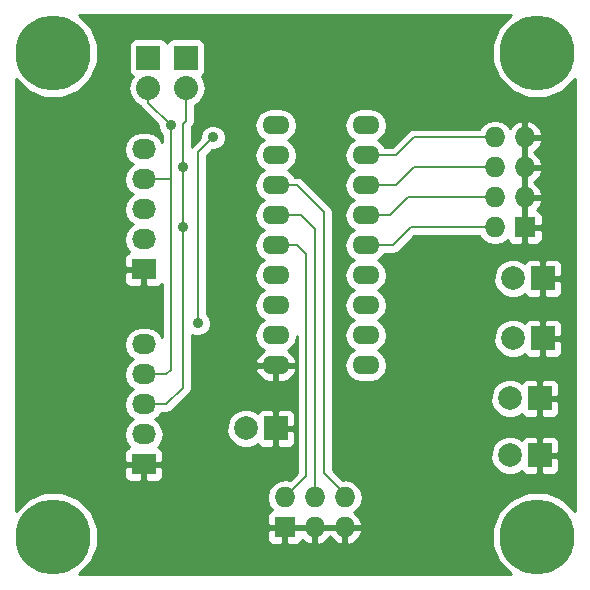
<source format=gbr>
G04 #@! TF.FileFunction,Copper,L2,Bot,Plane*
%FSLAX46Y46*%
G04 Gerber Fmt 4.6, Leading zero omitted, Abs format (unit mm)*
G04 Created by KiCad (PCBNEW (after 2015-mar-04 BZR unknown)-product) date 1/17/2017 1:11:58 PM*
%MOMM*%
G01*
G04 APERTURE LIST*
%ADD10C,0.150000*%
%ADD11O,2.300000X1.600000*%
%ADD12C,6.350000*%
%ADD13R,2.032000X2.032000*%
%ADD14O,2.032000X2.032000*%
%ADD15R,1.727200X1.727200*%
%ADD16O,1.727200X1.727200*%
%ADD17R,2.000000X2.000000*%
%ADD18C,2.000000*%
%ADD19R,2.032000X1.727200*%
%ADD20O,2.032000X1.727200*%
%ADD21C,0.889000*%
%ADD22C,0.203200*%
%ADD23C,0.254000*%
G04 APERTURE END LIST*
D10*
D11*
X22860000Y-10160000D03*
X22860000Y-12700000D03*
X22860000Y-15240000D03*
X22860000Y-17780000D03*
X22860000Y-20320000D03*
X22860000Y-22860000D03*
X22860000Y-25400000D03*
X22860000Y-27940000D03*
X22860000Y-30480000D03*
X30480000Y-30480000D03*
X30480000Y-27940000D03*
X30480000Y-25400000D03*
X30480000Y-22860000D03*
X30480000Y-20320000D03*
X30480000Y-17780000D03*
X30480000Y-15240000D03*
X30480000Y-12700000D03*
X30480000Y-10160000D03*
D12*
X4000000Y-45000000D03*
X4000000Y-4000000D03*
X45000000Y-45000000D03*
X45000000Y-4000000D03*
D13*
X12065000Y-4445000D03*
D14*
X12065000Y-6985000D03*
D13*
X15240000Y-4445000D03*
D14*
X15240000Y-6985000D03*
D15*
X43942000Y-18796000D03*
D16*
X41402000Y-18796000D03*
X43942000Y-16256000D03*
X41402000Y-16256000D03*
X43942000Y-13716000D03*
X41402000Y-13716000D03*
X43942000Y-11176000D03*
X41402000Y-11176000D03*
D17*
X45212000Y-38100000D03*
D18*
X42672000Y-38100000D03*
D17*
X45212000Y-33274000D03*
D18*
X42672000Y-33274000D03*
D17*
X45466000Y-28194000D03*
D18*
X42926000Y-28194000D03*
D17*
X45466000Y-23114000D03*
D18*
X42926000Y-23114000D03*
D17*
X22860000Y-35814000D03*
D18*
X20320000Y-35814000D03*
D15*
X23622000Y-44196000D03*
D16*
X23622000Y-41656000D03*
X26162000Y-44196000D03*
X26162000Y-41656000D03*
X28702000Y-44196000D03*
X28702000Y-41656000D03*
D19*
X11684000Y-22352000D03*
D20*
X11684000Y-19812000D03*
X11684000Y-17272000D03*
X11684000Y-14732000D03*
X11684000Y-12192000D03*
D19*
X11684000Y-38862000D03*
D20*
X11684000Y-36322000D03*
X11684000Y-33782000D03*
X11684000Y-31242000D03*
X11684000Y-28702000D03*
D21*
X13970000Y-10160000D03*
X14986000Y-18796000D03*
X14986000Y-13716000D03*
X30480000Y-36195000D03*
X16256000Y-26924000D03*
X17526000Y-11176000D03*
D22*
X25400000Y-21082000D02*
X25400000Y-31877000D01*
X24638000Y-20320000D02*
X25400000Y-21082000D01*
X22860000Y-20320000D02*
X24638000Y-20320000D01*
X25400000Y-31877000D02*
X25400000Y-32512000D01*
X25400000Y-39878000D02*
X23622000Y-41656000D01*
X25400000Y-32512000D02*
X25400000Y-39878000D01*
X22860000Y-17780000D02*
X25019000Y-17780000D01*
X26162000Y-18923000D02*
X25019000Y-17780000D01*
X26162000Y-41656000D02*
X26162000Y-18923000D01*
X22860000Y-15240000D02*
X24638000Y-15240000D01*
X26924000Y-39624000D02*
X26924000Y-17526000D01*
X26924000Y-17526000D02*
X24638000Y-15240000D01*
X28702000Y-41402000D02*
X26924000Y-39624000D01*
X28702000Y-41656000D02*
X28702000Y-41402000D01*
X12954000Y-14732000D02*
X11684000Y-14732000D01*
X12954000Y-14732000D02*
X11684000Y-14732000D01*
X12065000Y-8255000D02*
X13970000Y-10160000D01*
X12065000Y-6985000D02*
X12065000Y-8255000D01*
X13589000Y-31242000D02*
X11684000Y-31242000D01*
X13970000Y-30861000D02*
X13589000Y-31242000D01*
X13970000Y-14732000D02*
X13970000Y-30861000D01*
X13970000Y-10160000D02*
X13970000Y-14732000D01*
X11684000Y-14732000D02*
X13970000Y-14732000D01*
X14986000Y-32385000D02*
X14986000Y-24638000D01*
X13589000Y-33782000D02*
X14986000Y-32385000D01*
X14986000Y-18796000D02*
X14986000Y-24638000D01*
X11684000Y-33782000D02*
X13589000Y-33782000D01*
X15240000Y-9779000D02*
X15240000Y-6985000D01*
X14986000Y-10033000D02*
X15240000Y-9779000D01*
X14986000Y-12700000D02*
X14986000Y-10033000D01*
X14986000Y-13716000D02*
X14986000Y-12700000D01*
X14986000Y-17272000D02*
X14986000Y-18796000D01*
X14986000Y-17272000D02*
X14986000Y-13716000D01*
X32766000Y-20320000D02*
X34290000Y-18796000D01*
X34290000Y-18796000D02*
X41402000Y-18796000D01*
X30480000Y-20320000D02*
X32766000Y-20320000D01*
X32512000Y-17780000D02*
X34036000Y-16256000D01*
X34036000Y-16256000D02*
X41402000Y-16256000D01*
X30480000Y-17780000D02*
X32512000Y-17780000D01*
X33020000Y-15240000D02*
X34544000Y-13716000D01*
X34544000Y-13716000D02*
X41402000Y-13716000D01*
X30480000Y-15240000D02*
X33020000Y-15240000D01*
X33020000Y-12700000D02*
X34544000Y-11176000D01*
X34544000Y-11176000D02*
X41402000Y-11176000D01*
X30480000Y-12700000D02*
X33020000Y-12700000D01*
X16256000Y-26924000D02*
X16256000Y-25781000D01*
X22860000Y-27940000D02*
X23495000Y-27940000D01*
X16256000Y-14351000D02*
X16256000Y-25781000D01*
X16256000Y-25781000D02*
X16256000Y-26924000D01*
X17526000Y-11176000D02*
X16256000Y-12446000D01*
X16256000Y-12446000D02*
X16256000Y-14351000D01*
D23*
G36*
X48174500Y-42787183D02*
X47161009Y-41771923D01*
X47101000Y-41747005D01*
X47101000Y-29320309D01*
X47101000Y-28479750D01*
X47101000Y-27908250D01*
X47101000Y-27067691D01*
X47101000Y-24240309D01*
X47101000Y-23399750D01*
X47101000Y-22828250D01*
X47101000Y-21987691D01*
X47004327Y-21754302D01*
X46825699Y-21575673D01*
X46592310Y-21479000D01*
X46339691Y-21479000D01*
X45751750Y-21479000D01*
X45593000Y-21637750D01*
X45593000Y-22987000D01*
X46942250Y-22987000D01*
X47101000Y-22828250D01*
X47101000Y-23399750D01*
X46942250Y-23241000D01*
X45593000Y-23241000D01*
X45593000Y-24590250D01*
X45751750Y-24749000D01*
X46339691Y-24749000D01*
X46592310Y-24749000D01*
X46825699Y-24652327D01*
X47004327Y-24473698D01*
X47101000Y-24240309D01*
X47101000Y-27067691D01*
X47004327Y-26834302D01*
X46825699Y-26655673D01*
X46592310Y-26559000D01*
X46339691Y-26559000D01*
X45751750Y-26559000D01*
X45593000Y-26717750D01*
X45593000Y-28067000D01*
X46942250Y-28067000D01*
X47101000Y-27908250D01*
X47101000Y-28479750D01*
X46942250Y-28321000D01*
X45593000Y-28321000D01*
X45593000Y-29670250D01*
X45751750Y-29829000D01*
X46339691Y-29829000D01*
X46592310Y-29829000D01*
X46825699Y-29732327D01*
X47004327Y-29553698D01*
X47101000Y-29320309D01*
X47101000Y-41747005D01*
X46847000Y-41641534D01*
X46847000Y-39226309D01*
X46847000Y-38385750D01*
X46847000Y-37814250D01*
X46847000Y-36973691D01*
X46847000Y-34400309D01*
X46847000Y-33559750D01*
X46847000Y-32988250D01*
X46847000Y-32147691D01*
X46750327Y-31914302D01*
X46571699Y-31735673D01*
X46338310Y-31639000D01*
X46085691Y-31639000D01*
X45497750Y-31639000D01*
X45440600Y-31696150D01*
X45440600Y-19785910D01*
X45440600Y-19533291D01*
X45440600Y-19081750D01*
X45440600Y-18510250D01*
X45440600Y-18058709D01*
X45440600Y-17806090D01*
X45343927Y-17572701D01*
X45165298Y-17394073D01*
X44967880Y-17312299D01*
X45224688Y-17030947D01*
X45396958Y-16615026D01*
X45396958Y-15896974D01*
X45224688Y-15481053D01*
X44830490Y-15049179D01*
X44695687Y-14986000D01*
X44830490Y-14922821D01*
X45224688Y-14490947D01*
X45396958Y-14075026D01*
X45396958Y-13356974D01*
X45224688Y-12941053D01*
X44830490Y-12509179D01*
X44695687Y-12446000D01*
X44830490Y-12382821D01*
X45224688Y-11950947D01*
X45396958Y-11535026D01*
X45396958Y-10816974D01*
X45224688Y-10401053D01*
X44830490Y-9969179D01*
X44301027Y-9721032D01*
X44069000Y-9841531D01*
X44069000Y-11049000D01*
X45275817Y-11049000D01*
X45396958Y-10816974D01*
X45396958Y-11535026D01*
X45275817Y-11303000D01*
X44069000Y-11303000D01*
X44069000Y-12381531D01*
X44069000Y-12510469D01*
X44069000Y-13589000D01*
X45275817Y-13589000D01*
X45396958Y-13356974D01*
X45396958Y-14075026D01*
X45275817Y-13843000D01*
X44069000Y-13843000D01*
X44069000Y-14921531D01*
X44069000Y-15050469D01*
X44069000Y-16129000D01*
X45275817Y-16129000D01*
X45396958Y-15896974D01*
X45396958Y-16615026D01*
X45275817Y-16383000D01*
X44069000Y-16383000D01*
X44069000Y-17456150D01*
X44069000Y-17590469D01*
X44069000Y-18669000D01*
X45281850Y-18669000D01*
X45440600Y-18510250D01*
X45440600Y-19081750D01*
X45281850Y-18923000D01*
X44069000Y-18923000D01*
X44069000Y-20135850D01*
X44227750Y-20294600D01*
X44931909Y-20294600D01*
X45165298Y-20197927D01*
X45343927Y-20019299D01*
X45440600Y-19785910D01*
X45440600Y-31696150D01*
X45339000Y-31797750D01*
X45339000Y-29670250D01*
X45339000Y-28321000D01*
X45319000Y-28321000D01*
X45319000Y-28067000D01*
X45339000Y-28067000D01*
X45339000Y-26717750D01*
X45339000Y-24590250D01*
X45339000Y-23241000D01*
X45319000Y-23241000D01*
X45319000Y-22987000D01*
X45339000Y-22987000D01*
X45339000Y-21637750D01*
X45180250Y-21479000D01*
X44592309Y-21479000D01*
X44339690Y-21479000D01*
X44106301Y-21575673D01*
X43927673Y-21754302D01*
X43913369Y-21788833D01*
X43853363Y-21728722D01*
X43815000Y-21712792D01*
X43815000Y-20135850D01*
X43815000Y-18923000D01*
X43795000Y-18923000D01*
X43795000Y-18669000D01*
X43815000Y-18669000D01*
X43815000Y-17590469D01*
X43815000Y-17456150D01*
X43815000Y-16383000D01*
X43795000Y-16383000D01*
X43795000Y-16129000D01*
X43815000Y-16129000D01*
X43815000Y-15050469D01*
X43815000Y-14921531D01*
X43815000Y-13843000D01*
X43795000Y-13843000D01*
X43795000Y-13589000D01*
X43815000Y-13589000D01*
X43815000Y-12510469D01*
X43815000Y-12381531D01*
X43815000Y-11303000D01*
X43795000Y-11303000D01*
X43795000Y-11049000D01*
X43815000Y-11049000D01*
X43815000Y-9841531D01*
X43582973Y-9721032D01*
X43053510Y-9969179D01*
X42671992Y-10387160D01*
X42491029Y-10116330D01*
X42004848Y-9791474D01*
X41431359Y-9677400D01*
X41372641Y-9677400D01*
X40799152Y-9791474D01*
X40312971Y-10116330D01*
X40097102Y-10439400D01*
X34544000Y-10439400D01*
X34262115Y-10495470D01*
X34023145Y-10655145D01*
X32714890Y-11963400D01*
X32065487Y-11963400D01*
X31879668Y-11685302D01*
X31497582Y-11430000D01*
X31879668Y-11174698D01*
X32190737Y-10709151D01*
X32299970Y-10160000D01*
X32190737Y-9610849D01*
X31879668Y-9145302D01*
X31414121Y-8834233D01*
X30864970Y-8725000D01*
X30095030Y-8725000D01*
X29545879Y-8834233D01*
X29080332Y-9145302D01*
X28769263Y-9610849D01*
X28660030Y-10160000D01*
X28769263Y-10709151D01*
X29080332Y-11174698D01*
X29462417Y-11430000D01*
X29080332Y-11685302D01*
X28769263Y-12150849D01*
X28660030Y-12700000D01*
X28769263Y-13249151D01*
X29080332Y-13714698D01*
X29462417Y-13970000D01*
X29080332Y-14225302D01*
X28769263Y-14690849D01*
X28660030Y-15240000D01*
X28769263Y-15789151D01*
X29080332Y-16254698D01*
X29462417Y-16510000D01*
X29080332Y-16765302D01*
X28769263Y-17230849D01*
X28660030Y-17780000D01*
X28769263Y-18329151D01*
X29080332Y-18794698D01*
X29462417Y-19050000D01*
X29080332Y-19305302D01*
X28769263Y-19770849D01*
X28660030Y-20320000D01*
X28769263Y-20869151D01*
X29080332Y-21334698D01*
X29462417Y-21590000D01*
X29080332Y-21845302D01*
X28769263Y-22310849D01*
X28660030Y-22860000D01*
X28769263Y-23409151D01*
X29080332Y-23874698D01*
X29462417Y-24130000D01*
X29080332Y-24385302D01*
X28769263Y-24850849D01*
X28660030Y-25400000D01*
X28769263Y-25949151D01*
X29080332Y-26414698D01*
X29462417Y-26670000D01*
X29080332Y-26925302D01*
X28769263Y-27390849D01*
X28660030Y-27940000D01*
X28769263Y-28489151D01*
X29080332Y-28954698D01*
X29462417Y-29210000D01*
X29080332Y-29465302D01*
X28769263Y-29930849D01*
X28660030Y-30480000D01*
X28769263Y-31029151D01*
X29080332Y-31494698D01*
X29545879Y-31805767D01*
X30095030Y-31915000D01*
X30864970Y-31915000D01*
X31414121Y-31805767D01*
X31879668Y-31494698D01*
X32190737Y-31029151D01*
X32299970Y-30480000D01*
X32190737Y-29930849D01*
X31879668Y-29465302D01*
X31497582Y-29210000D01*
X31879668Y-28954698D01*
X32190737Y-28489151D01*
X32299970Y-27940000D01*
X32190737Y-27390849D01*
X31879668Y-26925302D01*
X31497582Y-26670000D01*
X31879668Y-26414698D01*
X32190737Y-25949151D01*
X32299970Y-25400000D01*
X32190737Y-24850849D01*
X31879668Y-24385302D01*
X31497582Y-24130000D01*
X31879668Y-23874698D01*
X32190737Y-23409151D01*
X32299970Y-22860000D01*
X32190737Y-22310849D01*
X31879668Y-21845302D01*
X31497582Y-21590000D01*
X31879668Y-21334698D01*
X32065487Y-21056600D01*
X32766000Y-21056600D01*
X33047885Y-21000530D01*
X33286855Y-20840855D01*
X34595110Y-19532600D01*
X40097102Y-19532600D01*
X40312971Y-19855670D01*
X40799152Y-20180526D01*
X41372641Y-20294600D01*
X41431359Y-20294600D01*
X42004848Y-20180526D01*
X42476356Y-19865473D01*
X42540073Y-20019299D01*
X42718702Y-20197927D01*
X42952091Y-20294600D01*
X43656250Y-20294600D01*
X43815000Y-20135850D01*
X43815000Y-21712792D01*
X43252648Y-21479284D01*
X42602205Y-21478716D01*
X42001057Y-21727106D01*
X41540722Y-22186637D01*
X41291284Y-22787352D01*
X41290716Y-23437795D01*
X41539106Y-24038943D01*
X41998637Y-24499278D01*
X42599352Y-24748716D01*
X43249795Y-24749284D01*
X43850943Y-24500894D01*
X43913196Y-24438749D01*
X43927673Y-24473698D01*
X44106301Y-24652327D01*
X44339690Y-24749000D01*
X44592309Y-24749000D01*
X45180250Y-24749000D01*
X45339000Y-24590250D01*
X45339000Y-26717750D01*
X45180250Y-26559000D01*
X44592309Y-26559000D01*
X44339690Y-26559000D01*
X44106301Y-26655673D01*
X43927673Y-26834302D01*
X43913369Y-26868833D01*
X43853363Y-26808722D01*
X43252648Y-26559284D01*
X42602205Y-26558716D01*
X42001057Y-26807106D01*
X41540722Y-27266637D01*
X41291284Y-27867352D01*
X41290716Y-28517795D01*
X41539106Y-29118943D01*
X41998637Y-29579278D01*
X42599352Y-29828716D01*
X43249795Y-29829284D01*
X43850943Y-29580894D01*
X43913196Y-29518749D01*
X43927673Y-29553698D01*
X44106301Y-29732327D01*
X44339690Y-29829000D01*
X44592309Y-29829000D01*
X45180250Y-29829000D01*
X45339000Y-29670250D01*
X45339000Y-31797750D01*
X45339000Y-33147000D01*
X46688250Y-33147000D01*
X46847000Y-32988250D01*
X46847000Y-33559750D01*
X46688250Y-33401000D01*
X45339000Y-33401000D01*
X45339000Y-34750250D01*
X45497750Y-34909000D01*
X46085691Y-34909000D01*
X46338310Y-34909000D01*
X46571699Y-34812327D01*
X46750327Y-34633698D01*
X46847000Y-34400309D01*
X46847000Y-36973691D01*
X46750327Y-36740302D01*
X46571699Y-36561673D01*
X46338310Y-36465000D01*
X46085691Y-36465000D01*
X45497750Y-36465000D01*
X45339000Y-36623750D01*
X45339000Y-37973000D01*
X46688250Y-37973000D01*
X46847000Y-37814250D01*
X46847000Y-38385750D01*
X46688250Y-38227000D01*
X45339000Y-38227000D01*
X45339000Y-39576250D01*
X45497750Y-39735000D01*
X46085691Y-39735000D01*
X46338310Y-39735000D01*
X46571699Y-39638327D01*
X46750327Y-39459698D01*
X46847000Y-39226309D01*
X46847000Y-41641534D01*
X45761181Y-41190663D01*
X45085000Y-41190072D01*
X45085000Y-39576250D01*
X45085000Y-38227000D01*
X45065000Y-38227000D01*
X45065000Y-37973000D01*
X45085000Y-37973000D01*
X45085000Y-36623750D01*
X45085000Y-34750250D01*
X45085000Y-33401000D01*
X45065000Y-33401000D01*
X45065000Y-33147000D01*
X45085000Y-33147000D01*
X45085000Y-31797750D01*
X44926250Y-31639000D01*
X44338309Y-31639000D01*
X44085690Y-31639000D01*
X43852301Y-31735673D01*
X43673673Y-31914302D01*
X43659369Y-31948833D01*
X43599363Y-31888722D01*
X42998648Y-31639284D01*
X42348205Y-31638716D01*
X41747057Y-31887106D01*
X41286722Y-32346637D01*
X41037284Y-32947352D01*
X41036716Y-33597795D01*
X41285106Y-34198943D01*
X41744637Y-34659278D01*
X42345352Y-34908716D01*
X42995795Y-34909284D01*
X43596943Y-34660894D01*
X43659196Y-34598749D01*
X43673673Y-34633698D01*
X43852301Y-34812327D01*
X44085690Y-34909000D01*
X44338309Y-34909000D01*
X44926250Y-34909000D01*
X45085000Y-34750250D01*
X45085000Y-36623750D01*
X44926250Y-36465000D01*
X44338309Y-36465000D01*
X44085690Y-36465000D01*
X43852301Y-36561673D01*
X43673673Y-36740302D01*
X43659369Y-36774833D01*
X43599363Y-36714722D01*
X42998648Y-36465284D01*
X42348205Y-36464716D01*
X41747057Y-36713106D01*
X41286722Y-37172637D01*
X41037284Y-37773352D01*
X41036716Y-38423795D01*
X41285106Y-39024943D01*
X41744637Y-39485278D01*
X42345352Y-39734716D01*
X42995795Y-39735284D01*
X43596943Y-39486894D01*
X43659196Y-39424749D01*
X43673673Y-39459698D01*
X43852301Y-39638327D01*
X44085690Y-39735000D01*
X44338309Y-39735000D01*
X44926250Y-39735000D01*
X45085000Y-39576250D01*
X45085000Y-41190072D01*
X44245469Y-41189340D01*
X42844628Y-41768156D01*
X41771923Y-42838991D01*
X41190663Y-44238819D01*
X41189340Y-45754531D01*
X41768156Y-47155372D01*
X42785507Y-48174500D01*
X30200600Y-48174500D01*
X30200600Y-41685359D01*
X30200600Y-41626641D01*
X30086526Y-41053152D01*
X29761670Y-40566971D01*
X29275489Y-40242115D01*
X28702000Y-40128041D01*
X28508283Y-40166573D01*
X27660600Y-39318890D01*
X27660600Y-17526000D01*
X27604530Y-17244115D01*
X27444855Y-17005145D01*
X25158855Y-14719145D01*
X24919885Y-14559470D01*
X24638000Y-14503400D01*
X24445487Y-14503400D01*
X24259668Y-14225302D01*
X23877582Y-13970000D01*
X24259668Y-13714698D01*
X24570737Y-13249151D01*
X24679970Y-12700000D01*
X24570737Y-12150849D01*
X24259668Y-11685302D01*
X23877582Y-11430000D01*
X24259668Y-11174698D01*
X24570737Y-10709151D01*
X24679970Y-10160000D01*
X24570737Y-9610849D01*
X24259668Y-9145302D01*
X23794121Y-8834233D01*
X23244970Y-8725000D01*
X22475030Y-8725000D01*
X21925879Y-8834233D01*
X21460332Y-9145302D01*
X21149263Y-9610849D01*
X21040030Y-10160000D01*
X21149263Y-10709151D01*
X21460332Y-11174698D01*
X21842417Y-11430000D01*
X21460332Y-11685302D01*
X21149263Y-12150849D01*
X21040030Y-12700000D01*
X21149263Y-13249151D01*
X21460332Y-13714698D01*
X21842417Y-13970000D01*
X21460332Y-14225302D01*
X21149263Y-14690849D01*
X21040030Y-15240000D01*
X21149263Y-15789151D01*
X21460332Y-16254698D01*
X21842417Y-16510000D01*
X21460332Y-16765302D01*
X21149263Y-17230849D01*
X21040030Y-17780000D01*
X21149263Y-18329151D01*
X21460332Y-18794698D01*
X21842417Y-19050000D01*
X21460332Y-19305302D01*
X21149263Y-19770849D01*
X21040030Y-20320000D01*
X21149263Y-20869151D01*
X21460332Y-21334698D01*
X21842417Y-21590000D01*
X21460332Y-21845302D01*
X21149263Y-22310849D01*
X21040030Y-22860000D01*
X21149263Y-23409151D01*
X21460332Y-23874698D01*
X21842417Y-24130000D01*
X21460332Y-24385302D01*
X21149263Y-24850849D01*
X21040030Y-25400000D01*
X21149263Y-25949151D01*
X21460332Y-26414698D01*
X21842417Y-26670000D01*
X21460332Y-26925302D01*
X21149263Y-27390849D01*
X21040030Y-27940000D01*
X21149263Y-28489151D01*
X21460332Y-28954698D01*
X21838151Y-29207149D01*
X21405500Y-29555104D01*
X21135633Y-30048181D01*
X21118096Y-30130961D01*
X21240085Y-30353000D01*
X22733000Y-30353000D01*
X22733000Y-30333000D01*
X22987000Y-30333000D01*
X22987000Y-30353000D01*
X24479915Y-30353000D01*
X24601904Y-30130961D01*
X24584367Y-30048181D01*
X24314500Y-29555104D01*
X23881848Y-29207149D01*
X24259668Y-28954698D01*
X24570737Y-28489151D01*
X24663400Y-28023302D01*
X24663400Y-31877000D01*
X24663400Y-32512000D01*
X24663400Y-39572890D01*
X24601904Y-39634385D01*
X24601904Y-30829039D01*
X24479915Y-30607000D01*
X22987000Y-30607000D01*
X22987000Y-31915000D01*
X23337000Y-31915000D01*
X23876483Y-31757166D01*
X24314500Y-31404896D01*
X24584367Y-30911819D01*
X24601904Y-30829039D01*
X24601904Y-39634385D01*
X24495000Y-39741289D01*
X24495000Y-36940309D01*
X24495000Y-36099750D01*
X24495000Y-35528250D01*
X24495000Y-34687691D01*
X24398327Y-34454302D01*
X24219699Y-34275673D01*
X23986310Y-34179000D01*
X23733691Y-34179000D01*
X23145750Y-34179000D01*
X22987000Y-34337750D01*
X22987000Y-35687000D01*
X24336250Y-35687000D01*
X24495000Y-35528250D01*
X24495000Y-36099750D01*
X24336250Y-35941000D01*
X22987000Y-35941000D01*
X22987000Y-37290250D01*
X23145750Y-37449000D01*
X23733691Y-37449000D01*
X23986310Y-37449000D01*
X24219699Y-37352327D01*
X24398327Y-37173698D01*
X24495000Y-36940309D01*
X24495000Y-39741289D01*
X24027575Y-40208714D01*
X23622000Y-40128041D01*
X23048511Y-40242115D01*
X22733000Y-40452932D01*
X22733000Y-37290250D01*
X22733000Y-35941000D01*
X22713000Y-35941000D01*
X22713000Y-35687000D01*
X22733000Y-35687000D01*
X22733000Y-34337750D01*
X22733000Y-31915000D01*
X22733000Y-30607000D01*
X21240085Y-30607000D01*
X21118096Y-30829039D01*
X21135633Y-30911819D01*
X21405500Y-31404896D01*
X21843517Y-31757166D01*
X22383000Y-31915000D01*
X22733000Y-31915000D01*
X22733000Y-34337750D01*
X22574250Y-34179000D01*
X21986309Y-34179000D01*
X21733690Y-34179000D01*
X21500301Y-34275673D01*
X21321673Y-34454302D01*
X21307369Y-34488833D01*
X21247363Y-34428722D01*
X20646648Y-34179284D01*
X19996205Y-34178716D01*
X19395057Y-34427106D01*
X18934722Y-34886637D01*
X18685284Y-35487352D01*
X18684716Y-36137795D01*
X18933106Y-36738943D01*
X19392637Y-37199278D01*
X19993352Y-37448716D01*
X20643795Y-37449284D01*
X21244943Y-37200894D01*
X21307196Y-37138749D01*
X21321673Y-37173698D01*
X21500301Y-37352327D01*
X21733690Y-37449000D01*
X21986309Y-37449000D01*
X22574250Y-37449000D01*
X22733000Y-37290250D01*
X22733000Y-40452932D01*
X22562330Y-40566971D01*
X22237474Y-41053152D01*
X22123400Y-41626641D01*
X22123400Y-41685359D01*
X22237474Y-42258848D01*
X22552526Y-42730356D01*
X22398701Y-42794073D01*
X22220073Y-42972702D01*
X22123400Y-43206091D01*
X22123400Y-43910250D01*
X22282150Y-44069000D01*
X23495000Y-44069000D01*
X23495000Y-44049000D01*
X23749000Y-44049000D01*
X23749000Y-44069000D01*
X24827531Y-44069000D01*
X24961850Y-44069000D01*
X26035000Y-44069000D01*
X26035000Y-44049000D01*
X26289000Y-44049000D01*
X26289000Y-44069000D01*
X27367531Y-44069000D01*
X27496469Y-44069000D01*
X28575000Y-44069000D01*
X28575000Y-44049000D01*
X28829000Y-44049000D01*
X28829000Y-44069000D01*
X30036469Y-44069000D01*
X30156968Y-43836973D01*
X29908821Y-43307510D01*
X29490839Y-42925992D01*
X29761670Y-42745029D01*
X30086526Y-42258848D01*
X30200600Y-41685359D01*
X30200600Y-48174500D01*
X30156968Y-48174500D01*
X30156968Y-44555027D01*
X30036469Y-44323000D01*
X28829000Y-44323000D01*
X28829000Y-45529817D01*
X29061026Y-45650958D01*
X29476947Y-45478688D01*
X29908821Y-45084490D01*
X30156968Y-44555027D01*
X30156968Y-48174500D01*
X28575000Y-48174500D01*
X28575000Y-45529817D01*
X28575000Y-44323000D01*
X27496469Y-44323000D01*
X27367531Y-44323000D01*
X26289000Y-44323000D01*
X26289000Y-45529817D01*
X26521026Y-45650958D01*
X26936947Y-45478688D01*
X27368821Y-45084490D01*
X27432000Y-44949687D01*
X27495179Y-45084490D01*
X27927053Y-45478688D01*
X28342974Y-45650958D01*
X28575000Y-45529817D01*
X28575000Y-48174500D01*
X26035000Y-48174500D01*
X26035000Y-45529817D01*
X26035000Y-44323000D01*
X24961850Y-44323000D01*
X24827531Y-44323000D01*
X23749000Y-44323000D01*
X23749000Y-45535850D01*
X23907750Y-45694600D01*
X24359291Y-45694600D01*
X24611910Y-45694600D01*
X24845299Y-45597927D01*
X25023927Y-45419298D01*
X25105700Y-45221880D01*
X25387053Y-45478688D01*
X25802974Y-45650958D01*
X26035000Y-45529817D01*
X26035000Y-48174500D01*
X23495000Y-48174500D01*
X23495000Y-45535850D01*
X23495000Y-44323000D01*
X22282150Y-44323000D01*
X22123400Y-44481750D01*
X22123400Y-45185909D01*
X22220073Y-45419298D01*
X22398701Y-45597927D01*
X22632090Y-45694600D01*
X22884709Y-45694600D01*
X23336250Y-45694600D01*
X23495000Y-45535850D01*
X23495000Y-48174500D01*
X18605687Y-48174500D01*
X18605687Y-10962216D01*
X18441689Y-10565311D01*
X18138286Y-10261378D01*
X17741668Y-10096687D01*
X17312216Y-10096313D01*
X16915311Y-10260311D01*
X16611378Y-10563714D01*
X16446687Y-10960332D01*
X16446466Y-11213823D01*
X15735145Y-11925145D01*
X15722600Y-11943919D01*
X15722600Y-10338110D01*
X15760855Y-10299855D01*
X15920530Y-10060885D01*
X15976600Y-9779000D01*
X15976600Y-8461918D01*
X16439778Y-8152433D01*
X16797670Y-7616810D01*
X16923345Y-6985000D01*
X16797670Y-6353190D01*
X16570830Y-6013701D01*
X16710927Y-5921673D01*
X16853377Y-5710640D01*
X16903440Y-5461000D01*
X16903440Y-3429000D01*
X16856463Y-3186877D01*
X16716673Y-2974073D01*
X16505640Y-2831623D01*
X16256000Y-2781560D01*
X14224000Y-2781560D01*
X13981877Y-2828537D01*
X13769073Y-2968327D01*
X13651913Y-3141893D01*
X13541673Y-2974073D01*
X13330640Y-2831623D01*
X13081000Y-2781560D01*
X11049000Y-2781560D01*
X10806877Y-2828537D01*
X10594073Y-2968327D01*
X10451623Y-3179360D01*
X10401560Y-3429000D01*
X10401560Y-5461000D01*
X10448537Y-5703123D01*
X10588327Y-5915927D01*
X10733860Y-6014163D01*
X10507330Y-6353190D01*
X10381655Y-6985000D01*
X10507330Y-7616810D01*
X10865222Y-8152433D01*
X11375867Y-8493635D01*
X11384470Y-8536885D01*
X11544145Y-8775855D01*
X12890532Y-10122242D01*
X12890313Y-10373784D01*
X13054311Y-10770689D01*
X13233400Y-10950090D01*
X13233400Y-11588771D01*
X12928415Y-11132330D01*
X12442234Y-10807474D01*
X11868745Y-10693400D01*
X11499255Y-10693400D01*
X10925766Y-10807474D01*
X10439585Y-11132330D01*
X10114729Y-11618511D01*
X10000655Y-12192000D01*
X10114729Y-12765489D01*
X10439585Y-13251670D01*
X10754365Y-13462000D01*
X10439585Y-13672330D01*
X10114729Y-14158511D01*
X10000655Y-14732000D01*
X10114729Y-15305489D01*
X10439585Y-15791670D01*
X10754365Y-16002000D01*
X10439585Y-16212330D01*
X10114729Y-16698511D01*
X10000655Y-17272000D01*
X10114729Y-17845489D01*
X10439585Y-18331670D01*
X10754365Y-18542000D01*
X10439585Y-18752330D01*
X10114729Y-19238511D01*
X10000655Y-19812000D01*
X10114729Y-20385489D01*
X10439585Y-20871670D01*
X10461780Y-20886500D01*
X10308302Y-20950073D01*
X10129673Y-21128701D01*
X10033000Y-21362090D01*
X10033000Y-21614709D01*
X10033000Y-22066250D01*
X10191750Y-22225000D01*
X11557000Y-22225000D01*
X11557000Y-22205000D01*
X11811000Y-22205000D01*
X11811000Y-22225000D01*
X11831000Y-22225000D01*
X11831000Y-22479000D01*
X11811000Y-22479000D01*
X11811000Y-23691850D01*
X11969750Y-23850600D01*
X12826309Y-23850600D01*
X13059698Y-23753927D01*
X13233400Y-23580225D01*
X13233400Y-28098771D01*
X12928415Y-27642330D01*
X12442234Y-27317474D01*
X11868745Y-27203400D01*
X11557000Y-27203400D01*
X11557000Y-23691850D01*
X11557000Y-22479000D01*
X10191750Y-22479000D01*
X10033000Y-22637750D01*
X10033000Y-23089291D01*
X10033000Y-23341910D01*
X10129673Y-23575299D01*
X10308302Y-23753927D01*
X10541691Y-23850600D01*
X11398250Y-23850600D01*
X11557000Y-23691850D01*
X11557000Y-27203400D01*
X11499255Y-27203400D01*
X10925766Y-27317474D01*
X10439585Y-27642330D01*
X10114729Y-28128511D01*
X10000655Y-28702000D01*
X10114729Y-29275489D01*
X10439585Y-29761670D01*
X10754365Y-29972000D01*
X10439585Y-30182330D01*
X10114729Y-30668511D01*
X10000655Y-31242000D01*
X10114729Y-31815489D01*
X10439585Y-32301670D01*
X10754365Y-32512000D01*
X10439585Y-32722330D01*
X10114729Y-33208511D01*
X10000655Y-33782000D01*
X10114729Y-34355489D01*
X10439585Y-34841670D01*
X10754365Y-35052000D01*
X10439585Y-35262330D01*
X10114729Y-35748511D01*
X10000655Y-36322000D01*
X10114729Y-36895489D01*
X10439585Y-37381670D01*
X10461780Y-37396500D01*
X10308302Y-37460073D01*
X10129673Y-37638701D01*
X10033000Y-37872090D01*
X10033000Y-38124709D01*
X10033000Y-38576250D01*
X10191750Y-38735000D01*
X11557000Y-38735000D01*
X11557000Y-38715000D01*
X11811000Y-38715000D01*
X11811000Y-38735000D01*
X13176250Y-38735000D01*
X13335000Y-38576250D01*
X13335000Y-38124709D01*
X13335000Y-37872090D01*
X13238327Y-37638701D01*
X13059698Y-37460073D01*
X12906219Y-37396500D01*
X12928415Y-37381670D01*
X13253271Y-36895489D01*
X13367345Y-36322000D01*
X13253271Y-35748511D01*
X12928415Y-35262330D01*
X12613634Y-35052000D01*
X12928415Y-34841670D01*
X13144283Y-34518600D01*
X13589000Y-34518600D01*
X13870885Y-34462530D01*
X14109855Y-34302855D01*
X15506855Y-32905855D01*
X15666530Y-32666885D01*
X15722600Y-32385000D01*
X15722600Y-27871378D01*
X16040332Y-28003313D01*
X16469784Y-28003687D01*
X16866689Y-27839689D01*
X17170622Y-27536286D01*
X17335313Y-27139668D01*
X17335687Y-26710216D01*
X17171689Y-26313311D01*
X16992600Y-26133909D01*
X16992600Y-25781000D01*
X16992600Y-14351000D01*
X16992600Y-12751110D01*
X17488242Y-12255467D01*
X17739784Y-12255687D01*
X18136689Y-12091689D01*
X18440622Y-11788286D01*
X18605313Y-11391668D01*
X18605687Y-10962216D01*
X18605687Y-48174500D01*
X13335000Y-48174500D01*
X13335000Y-39851910D01*
X13335000Y-39599291D01*
X13335000Y-39147750D01*
X13176250Y-38989000D01*
X11811000Y-38989000D01*
X11811000Y-40201850D01*
X11969750Y-40360600D01*
X12826309Y-40360600D01*
X13059698Y-40263927D01*
X13238327Y-40085299D01*
X13335000Y-39851910D01*
X13335000Y-48174500D01*
X11557000Y-48174500D01*
X11557000Y-40201850D01*
X11557000Y-38989000D01*
X10191750Y-38989000D01*
X10033000Y-39147750D01*
X10033000Y-39599291D01*
X10033000Y-39851910D01*
X10129673Y-40085299D01*
X10308302Y-40263927D01*
X10541691Y-40360600D01*
X11398250Y-40360600D01*
X11557000Y-40201850D01*
X11557000Y-48174500D01*
X6212816Y-48174500D01*
X7228077Y-47161009D01*
X7809337Y-45761181D01*
X7810660Y-44245469D01*
X7231844Y-42844628D01*
X6161009Y-41771923D01*
X4761181Y-41190663D01*
X3245469Y-41189340D01*
X1844628Y-41768156D01*
X825500Y-42785507D01*
X825500Y-6212816D01*
X1838991Y-7228077D01*
X3238819Y-7809337D01*
X4754531Y-7810660D01*
X6155372Y-7231844D01*
X7228077Y-6161009D01*
X7809337Y-4761181D01*
X7810660Y-3245469D01*
X7231844Y-1844628D01*
X6214492Y-825500D01*
X42787183Y-825500D01*
X41771923Y-1838991D01*
X41190663Y-3238819D01*
X41189340Y-4754531D01*
X41768156Y-6155372D01*
X42838991Y-7228077D01*
X44238819Y-7809337D01*
X45754531Y-7810660D01*
X47155372Y-7231844D01*
X48174500Y-6214492D01*
X48174500Y-42787183D01*
X48174500Y-42787183D01*
G37*
X48174500Y-42787183D02*
X47161009Y-41771923D01*
X47101000Y-41747005D01*
X47101000Y-29320309D01*
X47101000Y-28479750D01*
X47101000Y-27908250D01*
X47101000Y-27067691D01*
X47101000Y-24240309D01*
X47101000Y-23399750D01*
X47101000Y-22828250D01*
X47101000Y-21987691D01*
X47004327Y-21754302D01*
X46825699Y-21575673D01*
X46592310Y-21479000D01*
X46339691Y-21479000D01*
X45751750Y-21479000D01*
X45593000Y-21637750D01*
X45593000Y-22987000D01*
X46942250Y-22987000D01*
X47101000Y-22828250D01*
X47101000Y-23399750D01*
X46942250Y-23241000D01*
X45593000Y-23241000D01*
X45593000Y-24590250D01*
X45751750Y-24749000D01*
X46339691Y-24749000D01*
X46592310Y-24749000D01*
X46825699Y-24652327D01*
X47004327Y-24473698D01*
X47101000Y-24240309D01*
X47101000Y-27067691D01*
X47004327Y-26834302D01*
X46825699Y-26655673D01*
X46592310Y-26559000D01*
X46339691Y-26559000D01*
X45751750Y-26559000D01*
X45593000Y-26717750D01*
X45593000Y-28067000D01*
X46942250Y-28067000D01*
X47101000Y-27908250D01*
X47101000Y-28479750D01*
X46942250Y-28321000D01*
X45593000Y-28321000D01*
X45593000Y-29670250D01*
X45751750Y-29829000D01*
X46339691Y-29829000D01*
X46592310Y-29829000D01*
X46825699Y-29732327D01*
X47004327Y-29553698D01*
X47101000Y-29320309D01*
X47101000Y-41747005D01*
X46847000Y-41641534D01*
X46847000Y-39226309D01*
X46847000Y-38385750D01*
X46847000Y-37814250D01*
X46847000Y-36973691D01*
X46847000Y-34400309D01*
X46847000Y-33559750D01*
X46847000Y-32988250D01*
X46847000Y-32147691D01*
X46750327Y-31914302D01*
X46571699Y-31735673D01*
X46338310Y-31639000D01*
X46085691Y-31639000D01*
X45497750Y-31639000D01*
X45440600Y-31696150D01*
X45440600Y-19785910D01*
X45440600Y-19533291D01*
X45440600Y-19081750D01*
X45440600Y-18510250D01*
X45440600Y-18058709D01*
X45440600Y-17806090D01*
X45343927Y-17572701D01*
X45165298Y-17394073D01*
X44967880Y-17312299D01*
X45224688Y-17030947D01*
X45396958Y-16615026D01*
X45396958Y-15896974D01*
X45224688Y-15481053D01*
X44830490Y-15049179D01*
X44695687Y-14986000D01*
X44830490Y-14922821D01*
X45224688Y-14490947D01*
X45396958Y-14075026D01*
X45396958Y-13356974D01*
X45224688Y-12941053D01*
X44830490Y-12509179D01*
X44695687Y-12446000D01*
X44830490Y-12382821D01*
X45224688Y-11950947D01*
X45396958Y-11535026D01*
X45396958Y-10816974D01*
X45224688Y-10401053D01*
X44830490Y-9969179D01*
X44301027Y-9721032D01*
X44069000Y-9841531D01*
X44069000Y-11049000D01*
X45275817Y-11049000D01*
X45396958Y-10816974D01*
X45396958Y-11535026D01*
X45275817Y-11303000D01*
X44069000Y-11303000D01*
X44069000Y-12381531D01*
X44069000Y-12510469D01*
X44069000Y-13589000D01*
X45275817Y-13589000D01*
X45396958Y-13356974D01*
X45396958Y-14075026D01*
X45275817Y-13843000D01*
X44069000Y-13843000D01*
X44069000Y-14921531D01*
X44069000Y-15050469D01*
X44069000Y-16129000D01*
X45275817Y-16129000D01*
X45396958Y-15896974D01*
X45396958Y-16615026D01*
X45275817Y-16383000D01*
X44069000Y-16383000D01*
X44069000Y-17456150D01*
X44069000Y-17590469D01*
X44069000Y-18669000D01*
X45281850Y-18669000D01*
X45440600Y-18510250D01*
X45440600Y-19081750D01*
X45281850Y-18923000D01*
X44069000Y-18923000D01*
X44069000Y-20135850D01*
X44227750Y-20294600D01*
X44931909Y-20294600D01*
X45165298Y-20197927D01*
X45343927Y-20019299D01*
X45440600Y-19785910D01*
X45440600Y-31696150D01*
X45339000Y-31797750D01*
X45339000Y-29670250D01*
X45339000Y-28321000D01*
X45319000Y-28321000D01*
X45319000Y-28067000D01*
X45339000Y-28067000D01*
X45339000Y-26717750D01*
X45339000Y-24590250D01*
X45339000Y-23241000D01*
X45319000Y-23241000D01*
X45319000Y-22987000D01*
X45339000Y-22987000D01*
X45339000Y-21637750D01*
X45180250Y-21479000D01*
X44592309Y-21479000D01*
X44339690Y-21479000D01*
X44106301Y-21575673D01*
X43927673Y-21754302D01*
X43913369Y-21788833D01*
X43853363Y-21728722D01*
X43815000Y-21712792D01*
X43815000Y-20135850D01*
X43815000Y-18923000D01*
X43795000Y-18923000D01*
X43795000Y-18669000D01*
X43815000Y-18669000D01*
X43815000Y-17590469D01*
X43815000Y-17456150D01*
X43815000Y-16383000D01*
X43795000Y-16383000D01*
X43795000Y-16129000D01*
X43815000Y-16129000D01*
X43815000Y-15050469D01*
X43815000Y-14921531D01*
X43815000Y-13843000D01*
X43795000Y-13843000D01*
X43795000Y-13589000D01*
X43815000Y-13589000D01*
X43815000Y-12510469D01*
X43815000Y-12381531D01*
X43815000Y-11303000D01*
X43795000Y-11303000D01*
X43795000Y-11049000D01*
X43815000Y-11049000D01*
X43815000Y-9841531D01*
X43582973Y-9721032D01*
X43053510Y-9969179D01*
X42671992Y-10387160D01*
X42491029Y-10116330D01*
X42004848Y-9791474D01*
X41431359Y-9677400D01*
X41372641Y-9677400D01*
X40799152Y-9791474D01*
X40312971Y-10116330D01*
X40097102Y-10439400D01*
X34544000Y-10439400D01*
X34262115Y-10495470D01*
X34023145Y-10655145D01*
X32714890Y-11963400D01*
X32065487Y-11963400D01*
X31879668Y-11685302D01*
X31497582Y-11430000D01*
X31879668Y-11174698D01*
X32190737Y-10709151D01*
X32299970Y-10160000D01*
X32190737Y-9610849D01*
X31879668Y-9145302D01*
X31414121Y-8834233D01*
X30864970Y-8725000D01*
X30095030Y-8725000D01*
X29545879Y-8834233D01*
X29080332Y-9145302D01*
X28769263Y-9610849D01*
X28660030Y-10160000D01*
X28769263Y-10709151D01*
X29080332Y-11174698D01*
X29462417Y-11430000D01*
X29080332Y-11685302D01*
X28769263Y-12150849D01*
X28660030Y-12700000D01*
X28769263Y-13249151D01*
X29080332Y-13714698D01*
X29462417Y-13970000D01*
X29080332Y-14225302D01*
X28769263Y-14690849D01*
X28660030Y-15240000D01*
X28769263Y-15789151D01*
X29080332Y-16254698D01*
X29462417Y-16510000D01*
X29080332Y-16765302D01*
X28769263Y-17230849D01*
X28660030Y-17780000D01*
X28769263Y-18329151D01*
X29080332Y-18794698D01*
X29462417Y-19050000D01*
X29080332Y-19305302D01*
X28769263Y-19770849D01*
X28660030Y-20320000D01*
X28769263Y-20869151D01*
X29080332Y-21334698D01*
X29462417Y-21590000D01*
X29080332Y-21845302D01*
X28769263Y-22310849D01*
X28660030Y-22860000D01*
X28769263Y-23409151D01*
X29080332Y-23874698D01*
X29462417Y-24130000D01*
X29080332Y-24385302D01*
X28769263Y-24850849D01*
X28660030Y-25400000D01*
X28769263Y-25949151D01*
X29080332Y-26414698D01*
X29462417Y-26670000D01*
X29080332Y-26925302D01*
X28769263Y-27390849D01*
X28660030Y-27940000D01*
X28769263Y-28489151D01*
X29080332Y-28954698D01*
X29462417Y-29210000D01*
X29080332Y-29465302D01*
X28769263Y-29930849D01*
X28660030Y-30480000D01*
X28769263Y-31029151D01*
X29080332Y-31494698D01*
X29545879Y-31805767D01*
X30095030Y-31915000D01*
X30864970Y-31915000D01*
X31414121Y-31805767D01*
X31879668Y-31494698D01*
X32190737Y-31029151D01*
X32299970Y-30480000D01*
X32190737Y-29930849D01*
X31879668Y-29465302D01*
X31497582Y-29210000D01*
X31879668Y-28954698D01*
X32190737Y-28489151D01*
X32299970Y-27940000D01*
X32190737Y-27390849D01*
X31879668Y-26925302D01*
X31497582Y-26670000D01*
X31879668Y-26414698D01*
X32190737Y-25949151D01*
X32299970Y-25400000D01*
X32190737Y-24850849D01*
X31879668Y-24385302D01*
X31497582Y-24130000D01*
X31879668Y-23874698D01*
X32190737Y-23409151D01*
X32299970Y-22860000D01*
X32190737Y-22310849D01*
X31879668Y-21845302D01*
X31497582Y-21590000D01*
X31879668Y-21334698D01*
X32065487Y-21056600D01*
X32766000Y-21056600D01*
X33047885Y-21000530D01*
X33286855Y-20840855D01*
X34595110Y-19532600D01*
X40097102Y-19532600D01*
X40312971Y-19855670D01*
X40799152Y-20180526D01*
X41372641Y-20294600D01*
X41431359Y-20294600D01*
X42004848Y-20180526D01*
X42476356Y-19865473D01*
X42540073Y-20019299D01*
X42718702Y-20197927D01*
X42952091Y-20294600D01*
X43656250Y-20294600D01*
X43815000Y-20135850D01*
X43815000Y-21712792D01*
X43252648Y-21479284D01*
X42602205Y-21478716D01*
X42001057Y-21727106D01*
X41540722Y-22186637D01*
X41291284Y-22787352D01*
X41290716Y-23437795D01*
X41539106Y-24038943D01*
X41998637Y-24499278D01*
X42599352Y-24748716D01*
X43249795Y-24749284D01*
X43850943Y-24500894D01*
X43913196Y-24438749D01*
X43927673Y-24473698D01*
X44106301Y-24652327D01*
X44339690Y-24749000D01*
X44592309Y-24749000D01*
X45180250Y-24749000D01*
X45339000Y-24590250D01*
X45339000Y-26717750D01*
X45180250Y-26559000D01*
X44592309Y-26559000D01*
X44339690Y-26559000D01*
X44106301Y-26655673D01*
X43927673Y-26834302D01*
X43913369Y-26868833D01*
X43853363Y-26808722D01*
X43252648Y-26559284D01*
X42602205Y-26558716D01*
X42001057Y-26807106D01*
X41540722Y-27266637D01*
X41291284Y-27867352D01*
X41290716Y-28517795D01*
X41539106Y-29118943D01*
X41998637Y-29579278D01*
X42599352Y-29828716D01*
X43249795Y-29829284D01*
X43850943Y-29580894D01*
X43913196Y-29518749D01*
X43927673Y-29553698D01*
X44106301Y-29732327D01*
X44339690Y-29829000D01*
X44592309Y-29829000D01*
X45180250Y-29829000D01*
X45339000Y-29670250D01*
X45339000Y-31797750D01*
X45339000Y-33147000D01*
X46688250Y-33147000D01*
X46847000Y-32988250D01*
X46847000Y-33559750D01*
X46688250Y-33401000D01*
X45339000Y-33401000D01*
X45339000Y-34750250D01*
X45497750Y-34909000D01*
X46085691Y-34909000D01*
X46338310Y-34909000D01*
X46571699Y-34812327D01*
X46750327Y-34633698D01*
X46847000Y-34400309D01*
X46847000Y-36973691D01*
X46750327Y-36740302D01*
X46571699Y-36561673D01*
X46338310Y-36465000D01*
X46085691Y-36465000D01*
X45497750Y-36465000D01*
X45339000Y-36623750D01*
X45339000Y-37973000D01*
X46688250Y-37973000D01*
X46847000Y-37814250D01*
X46847000Y-38385750D01*
X46688250Y-38227000D01*
X45339000Y-38227000D01*
X45339000Y-39576250D01*
X45497750Y-39735000D01*
X46085691Y-39735000D01*
X46338310Y-39735000D01*
X46571699Y-39638327D01*
X46750327Y-39459698D01*
X46847000Y-39226309D01*
X46847000Y-41641534D01*
X45761181Y-41190663D01*
X45085000Y-41190072D01*
X45085000Y-39576250D01*
X45085000Y-38227000D01*
X45065000Y-38227000D01*
X45065000Y-37973000D01*
X45085000Y-37973000D01*
X45085000Y-36623750D01*
X45085000Y-34750250D01*
X45085000Y-33401000D01*
X45065000Y-33401000D01*
X45065000Y-33147000D01*
X45085000Y-33147000D01*
X45085000Y-31797750D01*
X44926250Y-31639000D01*
X44338309Y-31639000D01*
X44085690Y-31639000D01*
X43852301Y-31735673D01*
X43673673Y-31914302D01*
X43659369Y-31948833D01*
X43599363Y-31888722D01*
X42998648Y-31639284D01*
X42348205Y-31638716D01*
X41747057Y-31887106D01*
X41286722Y-32346637D01*
X41037284Y-32947352D01*
X41036716Y-33597795D01*
X41285106Y-34198943D01*
X41744637Y-34659278D01*
X42345352Y-34908716D01*
X42995795Y-34909284D01*
X43596943Y-34660894D01*
X43659196Y-34598749D01*
X43673673Y-34633698D01*
X43852301Y-34812327D01*
X44085690Y-34909000D01*
X44338309Y-34909000D01*
X44926250Y-34909000D01*
X45085000Y-34750250D01*
X45085000Y-36623750D01*
X44926250Y-36465000D01*
X44338309Y-36465000D01*
X44085690Y-36465000D01*
X43852301Y-36561673D01*
X43673673Y-36740302D01*
X43659369Y-36774833D01*
X43599363Y-36714722D01*
X42998648Y-36465284D01*
X42348205Y-36464716D01*
X41747057Y-36713106D01*
X41286722Y-37172637D01*
X41037284Y-37773352D01*
X41036716Y-38423795D01*
X41285106Y-39024943D01*
X41744637Y-39485278D01*
X42345352Y-39734716D01*
X42995795Y-39735284D01*
X43596943Y-39486894D01*
X43659196Y-39424749D01*
X43673673Y-39459698D01*
X43852301Y-39638327D01*
X44085690Y-39735000D01*
X44338309Y-39735000D01*
X44926250Y-39735000D01*
X45085000Y-39576250D01*
X45085000Y-41190072D01*
X44245469Y-41189340D01*
X42844628Y-41768156D01*
X41771923Y-42838991D01*
X41190663Y-44238819D01*
X41189340Y-45754531D01*
X41768156Y-47155372D01*
X42785507Y-48174500D01*
X30200600Y-48174500D01*
X30200600Y-41685359D01*
X30200600Y-41626641D01*
X30086526Y-41053152D01*
X29761670Y-40566971D01*
X29275489Y-40242115D01*
X28702000Y-40128041D01*
X28508283Y-40166573D01*
X27660600Y-39318890D01*
X27660600Y-17526000D01*
X27604530Y-17244115D01*
X27444855Y-17005145D01*
X25158855Y-14719145D01*
X24919885Y-14559470D01*
X24638000Y-14503400D01*
X24445487Y-14503400D01*
X24259668Y-14225302D01*
X23877582Y-13970000D01*
X24259668Y-13714698D01*
X24570737Y-13249151D01*
X24679970Y-12700000D01*
X24570737Y-12150849D01*
X24259668Y-11685302D01*
X23877582Y-11430000D01*
X24259668Y-11174698D01*
X24570737Y-10709151D01*
X24679970Y-10160000D01*
X24570737Y-9610849D01*
X24259668Y-9145302D01*
X23794121Y-8834233D01*
X23244970Y-8725000D01*
X22475030Y-8725000D01*
X21925879Y-8834233D01*
X21460332Y-9145302D01*
X21149263Y-9610849D01*
X21040030Y-10160000D01*
X21149263Y-10709151D01*
X21460332Y-11174698D01*
X21842417Y-11430000D01*
X21460332Y-11685302D01*
X21149263Y-12150849D01*
X21040030Y-12700000D01*
X21149263Y-13249151D01*
X21460332Y-13714698D01*
X21842417Y-13970000D01*
X21460332Y-14225302D01*
X21149263Y-14690849D01*
X21040030Y-15240000D01*
X21149263Y-15789151D01*
X21460332Y-16254698D01*
X21842417Y-16510000D01*
X21460332Y-16765302D01*
X21149263Y-17230849D01*
X21040030Y-17780000D01*
X21149263Y-18329151D01*
X21460332Y-18794698D01*
X21842417Y-19050000D01*
X21460332Y-19305302D01*
X21149263Y-19770849D01*
X21040030Y-20320000D01*
X21149263Y-20869151D01*
X21460332Y-21334698D01*
X21842417Y-21590000D01*
X21460332Y-21845302D01*
X21149263Y-22310849D01*
X21040030Y-22860000D01*
X21149263Y-23409151D01*
X21460332Y-23874698D01*
X21842417Y-24130000D01*
X21460332Y-24385302D01*
X21149263Y-24850849D01*
X21040030Y-25400000D01*
X21149263Y-25949151D01*
X21460332Y-26414698D01*
X21842417Y-26670000D01*
X21460332Y-26925302D01*
X21149263Y-27390849D01*
X21040030Y-27940000D01*
X21149263Y-28489151D01*
X21460332Y-28954698D01*
X21838151Y-29207149D01*
X21405500Y-29555104D01*
X21135633Y-30048181D01*
X21118096Y-30130961D01*
X21240085Y-30353000D01*
X22733000Y-30353000D01*
X22733000Y-30333000D01*
X22987000Y-30333000D01*
X22987000Y-30353000D01*
X24479915Y-30353000D01*
X24601904Y-30130961D01*
X24584367Y-30048181D01*
X24314500Y-29555104D01*
X23881848Y-29207149D01*
X24259668Y-28954698D01*
X24570737Y-28489151D01*
X24663400Y-28023302D01*
X24663400Y-31877000D01*
X24663400Y-32512000D01*
X24663400Y-39572890D01*
X24601904Y-39634385D01*
X24601904Y-30829039D01*
X24479915Y-30607000D01*
X22987000Y-30607000D01*
X22987000Y-31915000D01*
X23337000Y-31915000D01*
X23876483Y-31757166D01*
X24314500Y-31404896D01*
X24584367Y-30911819D01*
X24601904Y-30829039D01*
X24601904Y-39634385D01*
X24495000Y-39741289D01*
X24495000Y-36940309D01*
X24495000Y-36099750D01*
X24495000Y-35528250D01*
X24495000Y-34687691D01*
X24398327Y-34454302D01*
X24219699Y-34275673D01*
X23986310Y-34179000D01*
X23733691Y-34179000D01*
X23145750Y-34179000D01*
X22987000Y-34337750D01*
X22987000Y-35687000D01*
X24336250Y-35687000D01*
X24495000Y-35528250D01*
X24495000Y-36099750D01*
X24336250Y-35941000D01*
X22987000Y-35941000D01*
X22987000Y-37290250D01*
X23145750Y-37449000D01*
X23733691Y-37449000D01*
X23986310Y-37449000D01*
X24219699Y-37352327D01*
X24398327Y-37173698D01*
X24495000Y-36940309D01*
X24495000Y-39741289D01*
X24027575Y-40208714D01*
X23622000Y-40128041D01*
X23048511Y-40242115D01*
X22733000Y-40452932D01*
X22733000Y-37290250D01*
X22733000Y-35941000D01*
X22713000Y-35941000D01*
X22713000Y-35687000D01*
X22733000Y-35687000D01*
X22733000Y-34337750D01*
X22733000Y-31915000D01*
X22733000Y-30607000D01*
X21240085Y-30607000D01*
X21118096Y-30829039D01*
X21135633Y-30911819D01*
X21405500Y-31404896D01*
X21843517Y-31757166D01*
X22383000Y-31915000D01*
X22733000Y-31915000D01*
X22733000Y-34337750D01*
X22574250Y-34179000D01*
X21986309Y-34179000D01*
X21733690Y-34179000D01*
X21500301Y-34275673D01*
X21321673Y-34454302D01*
X21307369Y-34488833D01*
X21247363Y-34428722D01*
X20646648Y-34179284D01*
X19996205Y-34178716D01*
X19395057Y-34427106D01*
X18934722Y-34886637D01*
X18685284Y-35487352D01*
X18684716Y-36137795D01*
X18933106Y-36738943D01*
X19392637Y-37199278D01*
X19993352Y-37448716D01*
X20643795Y-37449284D01*
X21244943Y-37200894D01*
X21307196Y-37138749D01*
X21321673Y-37173698D01*
X21500301Y-37352327D01*
X21733690Y-37449000D01*
X21986309Y-37449000D01*
X22574250Y-37449000D01*
X22733000Y-37290250D01*
X22733000Y-40452932D01*
X22562330Y-40566971D01*
X22237474Y-41053152D01*
X22123400Y-41626641D01*
X22123400Y-41685359D01*
X22237474Y-42258848D01*
X22552526Y-42730356D01*
X22398701Y-42794073D01*
X22220073Y-42972702D01*
X22123400Y-43206091D01*
X22123400Y-43910250D01*
X22282150Y-44069000D01*
X23495000Y-44069000D01*
X23495000Y-44049000D01*
X23749000Y-44049000D01*
X23749000Y-44069000D01*
X24827531Y-44069000D01*
X24961850Y-44069000D01*
X26035000Y-44069000D01*
X26035000Y-44049000D01*
X26289000Y-44049000D01*
X26289000Y-44069000D01*
X27367531Y-44069000D01*
X27496469Y-44069000D01*
X28575000Y-44069000D01*
X28575000Y-44049000D01*
X28829000Y-44049000D01*
X28829000Y-44069000D01*
X30036469Y-44069000D01*
X30156968Y-43836973D01*
X29908821Y-43307510D01*
X29490839Y-42925992D01*
X29761670Y-42745029D01*
X30086526Y-42258848D01*
X30200600Y-41685359D01*
X30200600Y-48174500D01*
X30156968Y-48174500D01*
X30156968Y-44555027D01*
X30036469Y-44323000D01*
X28829000Y-44323000D01*
X28829000Y-45529817D01*
X29061026Y-45650958D01*
X29476947Y-45478688D01*
X29908821Y-45084490D01*
X30156968Y-44555027D01*
X30156968Y-48174500D01*
X28575000Y-48174500D01*
X28575000Y-45529817D01*
X28575000Y-44323000D01*
X27496469Y-44323000D01*
X27367531Y-44323000D01*
X26289000Y-44323000D01*
X26289000Y-45529817D01*
X26521026Y-45650958D01*
X26936947Y-45478688D01*
X27368821Y-45084490D01*
X27432000Y-44949687D01*
X27495179Y-45084490D01*
X27927053Y-45478688D01*
X28342974Y-45650958D01*
X28575000Y-45529817D01*
X28575000Y-48174500D01*
X26035000Y-48174500D01*
X26035000Y-45529817D01*
X26035000Y-44323000D01*
X24961850Y-44323000D01*
X24827531Y-44323000D01*
X23749000Y-44323000D01*
X23749000Y-45535850D01*
X23907750Y-45694600D01*
X24359291Y-45694600D01*
X24611910Y-45694600D01*
X24845299Y-45597927D01*
X25023927Y-45419298D01*
X25105700Y-45221880D01*
X25387053Y-45478688D01*
X25802974Y-45650958D01*
X26035000Y-45529817D01*
X26035000Y-48174500D01*
X23495000Y-48174500D01*
X23495000Y-45535850D01*
X23495000Y-44323000D01*
X22282150Y-44323000D01*
X22123400Y-44481750D01*
X22123400Y-45185909D01*
X22220073Y-45419298D01*
X22398701Y-45597927D01*
X22632090Y-45694600D01*
X22884709Y-45694600D01*
X23336250Y-45694600D01*
X23495000Y-45535850D01*
X23495000Y-48174500D01*
X18605687Y-48174500D01*
X18605687Y-10962216D01*
X18441689Y-10565311D01*
X18138286Y-10261378D01*
X17741668Y-10096687D01*
X17312216Y-10096313D01*
X16915311Y-10260311D01*
X16611378Y-10563714D01*
X16446687Y-10960332D01*
X16446466Y-11213823D01*
X15735145Y-11925145D01*
X15722600Y-11943919D01*
X15722600Y-10338110D01*
X15760855Y-10299855D01*
X15920530Y-10060885D01*
X15976600Y-9779000D01*
X15976600Y-8461918D01*
X16439778Y-8152433D01*
X16797670Y-7616810D01*
X16923345Y-6985000D01*
X16797670Y-6353190D01*
X16570830Y-6013701D01*
X16710927Y-5921673D01*
X16853377Y-5710640D01*
X16903440Y-5461000D01*
X16903440Y-3429000D01*
X16856463Y-3186877D01*
X16716673Y-2974073D01*
X16505640Y-2831623D01*
X16256000Y-2781560D01*
X14224000Y-2781560D01*
X13981877Y-2828537D01*
X13769073Y-2968327D01*
X13651913Y-3141893D01*
X13541673Y-2974073D01*
X13330640Y-2831623D01*
X13081000Y-2781560D01*
X11049000Y-2781560D01*
X10806877Y-2828537D01*
X10594073Y-2968327D01*
X10451623Y-3179360D01*
X10401560Y-3429000D01*
X10401560Y-5461000D01*
X10448537Y-5703123D01*
X10588327Y-5915927D01*
X10733860Y-6014163D01*
X10507330Y-6353190D01*
X10381655Y-6985000D01*
X10507330Y-7616810D01*
X10865222Y-8152433D01*
X11375867Y-8493635D01*
X11384470Y-8536885D01*
X11544145Y-8775855D01*
X12890532Y-10122242D01*
X12890313Y-10373784D01*
X13054311Y-10770689D01*
X13233400Y-10950090D01*
X13233400Y-11588771D01*
X12928415Y-11132330D01*
X12442234Y-10807474D01*
X11868745Y-10693400D01*
X11499255Y-10693400D01*
X10925766Y-10807474D01*
X10439585Y-11132330D01*
X10114729Y-11618511D01*
X10000655Y-12192000D01*
X10114729Y-12765489D01*
X10439585Y-13251670D01*
X10754365Y-13462000D01*
X10439585Y-13672330D01*
X10114729Y-14158511D01*
X10000655Y-14732000D01*
X10114729Y-15305489D01*
X10439585Y-15791670D01*
X10754365Y-16002000D01*
X10439585Y-16212330D01*
X10114729Y-16698511D01*
X10000655Y-17272000D01*
X10114729Y-17845489D01*
X10439585Y-18331670D01*
X10754365Y-18542000D01*
X10439585Y-18752330D01*
X10114729Y-19238511D01*
X10000655Y-19812000D01*
X10114729Y-20385489D01*
X10439585Y-20871670D01*
X10461780Y-20886500D01*
X10308302Y-20950073D01*
X10129673Y-21128701D01*
X10033000Y-21362090D01*
X10033000Y-21614709D01*
X10033000Y-22066250D01*
X10191750Y-22225000D01*
X11557000Y-22225000D01*
X11557000Y-22205000D01*
X11811000Y-22205000D01*
X11811000Y-22225000D01*
X11831000Y-22225000D01*
X11831000Y-22479000D01*
X11811000Y-22479000D01*
X11811000Y-23691850D01*
X11969750Y-23850600D01*
X12826309Y-23850600D01*
X13059698Y-23753927D01*
X13233400Y-23580225D01*
X13233400Y-28098771D01*
X12928415Y-27642330D01*
X12442234Y-27317474D01*
X11868745Y-27203400D01*
X11557000Y-27203400D01*
X11557000Y-23691850D01*
X11557000Y-22479000D01*
X10191750Y-22479000D01*
X10033000Y-22637750D01*
X10033000Y-23089291D01*
X10033000Y-23341910D01*
X10129673Y-23575299D01*
X10308302Y-23753927D01*
X10541691Y-23850600D01*
X11398250Y-23850600D01*
X11557000Y-23691850D01*
X11557000Y-27203400D01*
X11499255Y-27203400D01*
X10925766Y-27317474D01*
X10439585Y-27642330D01*
X10114729Y-28128511D01*
X10000655Y-28702000D01*
X10114729Y-29275489D01*
X10439585Y-29761670D01*
X10754365Y-29972000D01*
X10439585Y-30182330D01*
X10114729Y-30668511D01*
X10000655Y-31242000D01*
X10114729Y-31815489D01*
X10439585Y-32301670D01*
X10754365Y-32512000D01*
X10439585Y-32722330D01*
X10114729Y-33208511D01*
X10000655Y-33782000D01*
X10114729Y-34355489D01*
X10439585Y-34841670D01*
X10754365Y-35052000D01*
X10439585Y-35262330D01*
X10114729Y-35748511D01*
X10000655Y-36322000D01*
X10114729Y-36895489D01*
X10439585Y-37381670D01*
X10461780Y-37396500D01*
X10308302Y-37460073D01*
X10129673Y-37638701D01*
X10033000Y-37872090D01*
X10033000Y-38124709D01*
X10033000Y-38576250D01*
X10191750Y-38735000D01*
X11557000Y-38735000D01*
X11557000Y-38715000D01*
X11811000Y-38715000D01*
X11811000Y-38735000D01*
X13176250Y-38735000D01*
X13335000Y-38576250D01*
X13335000Y-38124709D01*
X13335000Y-37872090D01*
X13238327Y-37638701D01*
X13059698Y-37460073D01*
X12906219Y-37396500D01*
X12928415Y-37381670D01*
X13253271Y-36895489D01*
X13367345Y-36322000D01*
X13253271Y-35748511D01*
X12928415Y-35262330D01*
X12613634Y-35052000D01*
X12928415Y-34841670D01*
X13144283Y-34518600D01*
X13589000Y-34518600D01*
X13870885Y-34462530D01*
X14109855Y-34302855D01*
X15506855Y-32905855D01*
X15666530Y-32666885D01*
X15722600Y-32385000D01*
X15722600Y-27871378D01*
X16040332Y-28003313D01*
X16469784Y-28003687D01*
X16866689Y-27839689D01*
X17170622Y-27536286D01*
X17335313Y-27139668D01*
X17335687Y-26710216D01*
X17171689Y-26313311D01*
X16992600Y-26133909D01*
X16992600Y-25781000D01*
X16992600Y-14351000D01*
X16992600Y-12751110D01*
X17488242Y-12255467D01*
X17739784Y-12255687D01*
X18136689Y-12091689D01*
X18440622Y-11788286D01*
X18605313Y-11391668D01*
X18605687Y-10962216D01*
X18605687Y-48174500D01*
X13335000Y-48174500D01*
X13335000Y-39851910D01*
X13335000Y-39599291D01*
X13335000Y-39147750D01*
X13176250Y-38989000D01*
X11811000Y-38989000D01*
X11811000Y-40201850D01*
X11969750Y-40360600D01*
X12826309Y-40360600D01*
X13059698Y-40263927D01*
X13238327Y-40085299D01*
X13335000Y-39851910D01*
X13335000Y-48174500D01*
X11557000Y-48174500D01*
X11557000Y-40201850D01*
X11557000Y-38989000D01*
X10191750Y-38989000D01*
X10033000Y-39147750D01*
X10033000Y-39599291D01*
X10033000Y-39851910D01*
X10129673Y-40085299D01*
X10308302Y-40263927D01*
X10541691Y-40360600D01*
X11398250Y-40360600D01*
X11557000Y-40201850D01*
X11557000Y-48174500D01*
X6212816Y-48174500D01*
X7228077Y-47161009D01*
X7809337Y-45761181D01*
X7810660Y-44245469D01*
X7231844Y-42844628D01*
X6161009Y-41771923D01*
X4761181Y-41190663D01*
X3245469Y-41189340D01*
X1844628Y-41768156D01*
X825500Y-42785507D01*
X825500Y-6212816D01*
X1838991Y-7228077D01*
X3238819Y-7809337D01*
X4754531Y-7810660D01*
X6155372Y-7231844D01*
X7228077Y-6161009D01*
X7809337Y-4761181D01*
X7810660Y-3245469D01*
X7231844Y-1844628D01*
X6214492Y-825500D01*
X42787183Y-825500D01*
X41771923Y-1838991D01*
X41190663Y-3238819D01*
X41189340Y-4754531D01*
X41768156Y-6155372D01*
X42838991Y-7228077D01*
X44238819Y-7809337D01*
X45754531Y-7810660D01*
X47155372Y-7231844D01*
X48174500Y-6214492D01*
X48174500Y-42787183D01*
M02*

</source>
